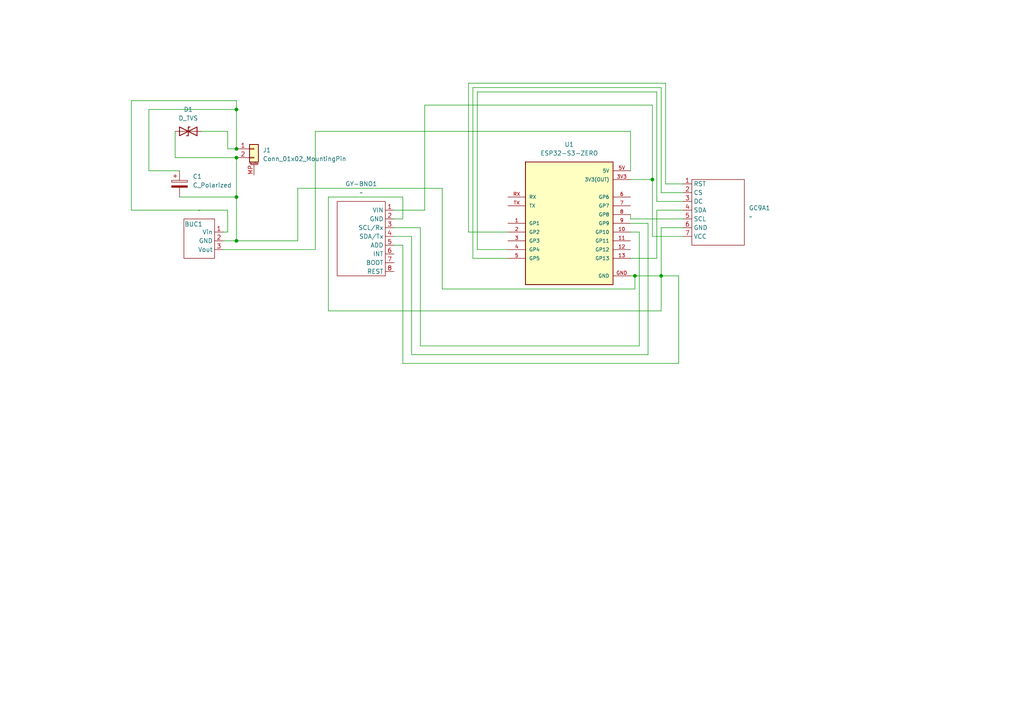
<source format=kicad_sch>
(kicad_sch (version 20250114) (generator "eeschema") (generator_version "9.0")
  (paper "A4")
  (lib_symbols
    (symbol "Connector_Generic_MountingPin:Conn_01x02_MountingPin" (pin_names (offset 1.016) (hide yes))
      (property "Reference" "J" (at 0 2.54 0))
      (property "Value" "Conn_01x02_MountingPin" (at 1.27 -5.08 0))
      (symbol "Conn_01x02_MountingPin_1_1"
        (rectangle (start -1.27 1.27) (end 1.27 -3.81) (stroke (width 0.254)) (fill (type background)))
        (rectangle (start -1.27 0.127) (end 0 -0.127) (stroke (width 0.1524)))
        (rectangle (start -1.27 -2.413) (end 0 -2.667) (stroke (width 0.1524)))
        (polyline (pts (xy -1.016 -4.572) (xy 1.016 -4.572)) (stroke (width 0.1524)))
        (text "Mounting" (at 0 -4.191 0) (effects (font (size 0.381 0.381))))
        (pin passive line (at -5.08 0 0) (length 3.81) (name "Pin_1") (number "1"))
        (pin passive line (at -5.08 -2.54 0) (length 3.81) (name "Pin_2") (number "2"))
        (pin passive line (at 0 -7.62 90) (length 3.048) (name "MountPin") (number "MP"))
      )
    )
    (symbol "Device:C_Polarized" (pin_numbers (hide yes)) (pin_names (offset 0.254))
      (property "Reference" "C" (at 0.635 2.54 0))
      (property "Value" "C_Polarized" (at 0.635 -2.54 0))
      (symbol "C_Polarized_0_1"
        (rectangle (start -2.286 0.508) (end 2.286 1.016))
        (polyline (pts (xy -1.778 2.286) (xy -0.762 2.286)))
        (polyline (pts (xy -1.27 2.794) (xy -1.27 1.778)))
        (rectangle (start 2.286 -0.508) (end -2.286 -1.016) (fill (type outline)))
      )
      (symbol "C_Polarized_1_1"
        (pin passive line (at 0 3.81 270) (length 2.794) (name "~") (number "1"))
        (pin passive line (at 0 -3.81 90) (length 2.794) (name "~") (number "2"))
      )
    )
    (symbol "Device:D_TVS" (pin_numbers (hide yes)) (pin_names (offset 1.016) (hide yes))
      (property "Reference" "D" (at 0 2.54 0))
      (property "Value" "D_TVS" (at 0 -2.54 0))
      (symbol "D_TVS_0_1"
        (polyline (pts (xy -2.54 1.27) (xy -2.54 -1.27) (xy 2.54 1.27) (xy 2.54 -1.27) (xy -2.54 1.27)) (stroke (width 0.254)))
        (polyline (pts (xy 0.508 1.27) (xy 0 1.27) (xy 0 -1.27) (xy -0.508 -1.27)) (stroke (width 0.254)))
        (polyline (pts (xy 1.27 0) (xy -1.27 0)))
      )
      (symbol "D_TVS_1_1"
        (pin passive line (at -3.81 0 0) (length 2.54) (name "A1") (number "1"))
        (pin passive line (at 3.81 0 180) (length 2.54) (name "A2") (number "2"))
      )
    )
    (symbol "ESP32-S3-ZERO:ESP32-S3-ZERO" (pin_names (offset 1.016))
      (property "Reference" "U" (at -12.7 18.542 0))
      (property "Value" "ESP32-S3-ZERO" (at -12.7 -20.32 0))
      (symbol "ESP32-S3-ZERO_0_0"
        (rectangle (start -12.7 -17.78) (end 12.7 17.78) (stroke (width 0.254)) (fill (type background)))
        (pin input line (at -17.78 7.62 0) (length 5.08) (name "RX") (number "RX"))
        (pin output line (at -17.78 5.08 0) (length 5.08) (name "TX") (number "TX"))
        (pin bidirectional line (at -17.78 0 0) (length 5.08) (name "GP1") (number "1"))
        (pin bidirectional line (at -17.78 -2.54 0) (length 5.08) (name "GP2") (number "2"))
        (pin bidirectional line (at -17.78 -5.08 0) (length 5.08) (name "GP3") (number "3"))
        (pin bidirectional line (at -17.78 -7.62 0) (length 5.08) (name "GP4") (number "4"))
        (pin bidirectional line (at -17.78 -10.16 0) (length 5.08) (name "GP5") (number "5"))
        (pin power_in line (at 17.78 15.24 180) (length 5.08) (name "5V") (number "5V"))
        (pin power_in line (at 17.78 12.7 180) (length 5.08) (name "3V3(OUT)") (number "3V3"))
        (pin bidirectional line (at 17.78 7.62 180) (length 5.08) (name "GP6") (number "6"))
        (pin bidirectional line (at 17.78 5.08 180) (length 5.08) (name "GP7") (number "7"))
        (pin bidirectional line (at 17.78 2.54 180) (length 5.08) (name "GP8") (number "8"))
        (pin bidirectional line (at 17.78 0 180) (length 5.08) (name "GP9") (number "9"))
        (pin bidirectional line (at 17.78 -2.54 180) (length 5.08) (name "GP10") (number "10"))
        (pin bidirectional line (at 17.78 -5.08 180) (length 5.08) (name "GP11") (number "11"))
        (pin bidirectional line (at 17.78 -7.62 180) (length 5.08) (name "GP12") (number "12"))
        (pin bidirectional line (at 17.78 -10.16 180) (length 5.08) (name "GP13") (number "13"))
        (pin power_in line (at 17.78 -15.24 180) (length 5.08) (name "GND") (number "GND"))
      )
    )
    (symbol "GC9A01_1.28:GC9A01"
      (property "Reference" "GC9A01" (at 12.7 5.334 0))
      (symbol "GC9A01_0_1"
        (rectangle (start 2.54 15.24) (end 17.78 -3.81))
      )
      (symbol "GC9A01_1_1"
        (pin input line (at 0 13.97 0) (length 2.54) (name "RST") (number "1"))
        (pin input line (at 0 11.43 0) (length 2.54) (name "CS") (number "2"))
        (pin input line (at 0 8.89 0) (length 2.54) (name "DC") (number "3"))
        (pin input line (at 0 6.35 0) (length 2.54) (name "SDA") (number "4"))
        (pin input line (at 0 3.81 0) (length 2.54) (name "SCL") (number "5"))
        (pin input line (at 0 1.27 0) (length 2.54) (name "GND") (number "6"))
        (pin input line (at 0 -1.27 0) (length 2.54) (name "VCC") (number "7"))
      )
    )
    (symbol "Mes_Symboles:GY-BNO055"
      (property "Reference" "GY-BNO055" (at -5.842 4.826 90))
      (symbol "GY-BNO055_0_1"
        (rectangle (start 6.35 20.32) (end -7.62 -1.27))
      )
      (symbol "GY-BNO055_1_1"
        (pin input line (at 8.89 17.78 180) (length 2.54) (name "VIN") (number "1"))
        (pin input line (at 8.89 15.24 180) (length 2.54) (name "GND") (number "2"))
        (pin input line (at 8.89 12.7 180) (length 2.54) (name "SCL/Rx") (number "3"))
        (pin input line (at 8.89 10.16 180) (length 2.54) (name "SDA/Tx") (number "4"))
        (pin input line (at 8.89 7.62 180) (length 2.54) (name "ADD") (number "5"))
        (pin input line (at 8.89 5.08 180) (length 2.54) (name "INT") (number "6"))
        (pin input line (at 8.89 2.54 180) (length 2.54) (name "BOOT") (number "7"))
        (pin input line (at 8.89 0 180) (length 2.54) (name "REST") (number "8"))
      )
    )
    (symbol "Mes_Symboles:bec"
      (property "Reference" "BUC" (at -9.144 10.16 0))
      (symbol "bec_0_1"
        (rectangle (start -2.54 11.43) (end -11.43 0))
      )
      (symbol "bec_1_1"
        (pin input line (at 0 7.62 180) (length 2.54) (name "Vin") (number "1"))
        (pin input line (at 0 5.08 180) (length 2.54) (name "GND") (number "2"))
        (pin input line (at 0 2.54 180) (length 2.54) (name "Vout") (number "3"))
      )
    )
  )
  (junction (at 68.58 43.18))
  (junction (at 189.23 52.07))
  (junction (at 68.58 57.15))
  (junction (at 68.58 45.72))
  (junction (at 68.58 69.85))
  (junction (at 191.77 80.01))
  (junction (at 184.15 80.01))
  (junction (at 68.58 31.75))
  (wire (pts (xy 66.04 67.31) (xy 66.04 60.96)))
  (wire (pts (xy 123.19 30.48) (xy 189.23 30.48)))
  (wire (pts (xy 68.58 43.18) (xy 66.04 43.18)))
  (wire (pts (xy 38.1 29.21) (xy 68.58 29.21)))
  (wire (pts (xy 86.36 54.61) (xy 128.27 54.61)))
  (wire (pts (xy 52.07 49.53) (xy 43.18 49.53)))
  (wire (pts (xy 196.85 105.41) (xy 196.85 80.01)))
  (wire (pts (xy 43.18 31.75) (xy 68.58 31.75)))
  (wire (pts (xy 68.58 69.85) (xy 86.36 69.85)))
  (wire (pts (xy 43.18 49.53) (xy 43.18 31.75)))
  (wire (pts (xy 190.5 60.96) (xy 198.12 60.96)))
  (wire (pts (xy 95.25 90.17) (xy 191.77 90.17)))
  (wire (pts (xy 123.19 60.96) (xy 123.19 30.48)))
  (wire (pts (xy 190.5 26.67) (xy 138.43 26.67)))
  (wire (pts (xy 191.77 55.88) (xy 191.77 25.4)))
  (wire (pts (xy 189.23 68.58) (xy 198.12 68.58)))
  (wire (pts (xy 182.88 38.1) (xy 182.88 49.53)))
  (wire (pts (xy 116.84 57.15) (xy 95.25 57.15)))
  (wire (pts (xy 191.77 25.4) (xy 137.16 25.4)))
  (wire (pts (xy 38.1 60.96) (xy 38.1 29.21)))
  (wire (pts (xy 91.44 72.39) (xy 91.44 38.1)))
  (wire (pts (xy 119.38 102.87) (xy 187.96 102.87)))
  (wire (pts (xy 191.77 80.01) (xy 191.77 66.04)))
  (wire (pts (xy 189.23 30.48) (xy 189.23 52.07)))
  (wire (pts (xy 182.88 63.5) (xy 198.12 63.5)))
  (wire (pts (xy 91.44 38.1) (xy 182.88 38.1)))
  (wire (pts (xy 114.3 71.12) (xy 116.84 71.12)))
  (wire (pts (xy 138.43 26.67) (xy 138.43 72.39)))
  (wire (pts (xy 128.27 83.82) (xy 184.15 83.82)))
  (wire (pts (xy 66.04 60.96) (xy 38.1 60.96)))
  (wire (pts (xy 68.58 31.75) (xy 68.58 43.18)))
  (wire (pts (xy 187.96 102.87) (xy 187.96 64.77)))
  (wire (pts (xy 182.88 64.77) (xy 187.96 64.77)))
  (wire (pts (xy 182.88 74.93) (xy 190.5 74.93)))
  (wire (pts (xy 114.3 66.04) (xy 121.92 66.04)))
  (wire (pts (xy 182.88 52.07) (xy 189.23 52.07)))
  (wire (pts (xy 193.04 53.34) (xy 198.12 53.34)))
  (wire (pts (xy 64.77 69.85) (xy 68.58 69.85)))
  (wire (pts (xy 193.04 24.13) (xy 135.89 24.13)))
  (wire (pts (xy 185.42 100.33) (xy 185.42 67.31)))
  (wire (pts (xy 182.88 63.5) (xy 182.88 62.23)))
  (wire (pts (xy 191.77 66.04) (xy 198.12 66.04)))
  (wire (pts (xy 68.58 45.72) (xy 68.58 57.15)))
  (wire (pts (xy 191.77 90.17) (xy 191.77 80.01)))
  (wire (pts (xy 66.04 38.1) (xy 58.42 38.1)))
  (wire (pts (xy 190.5 58.42) (xy 190.5 26.67)))
  (wire (pts (xy 190.5 60.96) (xy 190.5 74.93)))
  (wire (pts (xy 114.3 68.58) (xy 119.38 68.58)))
  (wire (pts (xy 64.77 72.39) (xy 91.44 72.39)))
  (wire (pts (xy 128.27 54.61) (xy 128.27 83.82)))
  (wire (pts (xy 116.84 105.41) (xy 196.85 105.41)))
  (wire (pts (xy 66.04 67.31) (xy 64.77 67.31)))
  (wire (pts (xy 191.77 55.88) (xy 198.12 55.88)))
  (wire (pts (xy 116.84 71.12) (xy 116.84 105.41)))
  (wire (pts (xy 137.16 74.93) (xy 147.32 74.93)))
  (wire (pts (xy 68.58 29.21) (xy 68.58 31.75)))
  (wire (pts (xy 52.07 57.15) (xy 68.58 57.15)))
  (wire (pts (xy 121.92 66.04) (xy 121.92 100.33)))
  (wire (pts (xy 121.92 100.33) (xy 185.42 100.33)))
  (wire (pts (xy 182.88 80.01) (xy 184.15 80.01)))
  (wire (pts (xy 116.84 63.5) (xy 116.84 57.15)))
  (wire (pts (xy 138.43 72.39) (xy 147.32 72.39)))
  (wire (pts (xy 66.04 43.18) (xy 66.04 38.1)))
  (wire (pts (xy 137.16 25.4) (xy 137.16 74.93)))
  (wire (pts (xy 185.42 67.31) (xy 182.88 67.31)))
  (wire (pts (xy 114.3 60.96) (xy 123.19 60.96)))
  (wire (pts (xy 196.85 80.01) (xy 191.77 80.01)))
  (wire (pts (xy 190.5 58.42) (xy 198.12 58.42)))
  (wire (pts (xy 50.8 45.72) (xy 68.58 45.72)))
  (wire (pts (xy 68.58 57.15) (xy 68.58 69.85)))
  (wire (pts (xy 86.36 69.85) (xy 86.36 54.61)))
  (wire (pts (xy 184.15 83.82) (xy 184.15 80.01)))
  (wire (pts (xy 95.25 57.15) (xy 95.25 90.17)))
  (wire (pts (xy 184.15 80.01) (xy 191.77 80.01)))
  (wire (pts (xy 189.23 52.07) (xy 189.23 68.58)))
  (wire (pts (xy 135.89 67.31) (xy 147.32 67.31)))
  (wire (pts (xy 135.89 24.13) (xy 135.89 67.31)))
  (wire (pts (xy 50.8 38.1) (xy 50.8 45.72)))
  (wire (pts (xy 119.38 68.58) (xy 119.38 102.87)))
  (wire (pts (xy 193.04 53.34) (xy 193.04 24.13)))
  (wire (pts (xy 114.3 63.5) (xy 116.84 63.5)))
  (symbol (lib_id "Connector_Generic_MountingPin:Conn_01x02_MountingPin") (at 73.66 43.18 0) (unit 1)
    (property "Reference" "J1" (at 76.2 43.5355 0) (effects (justify left)))
    (property "Value" "Conn_01x02_MountingPin" (at 76.2 46.0755 0) (effects (justify left)))
    (property "Footprint" "Connector_JST:JST_XH_S2B-XH-A_1x02_P2.50mm_Horizontal" (effects (hide yes)))
    (property "Description" "Generic connectable mounting pin connector, single row, 01x02, script generated (kicad-library-utils/schlib/autogen/connector/)" (effects (hide yes)))
  )
  (symbol (lib_id "GC9A01_1.28:GC9A01") (at 198.12 67.31 0) (unit 1)
    (property "Reference" "GC9A1" (at 217.17 60.3249 0) (effects (justify left)))
    (property "Value" "~" (at 217.17 62.8649 0) (effects (justify left)))
    (property "Footprint" "Mes_Empreintes:GC9A01" (effects (hide yes)))
  )
  (symbol (lib_id "Mes_Symboles:GY-BNO055") (at 105.41 78.74 0) (unit 1)
    (property "Reference" "GY-BNO1" (at 104.775 53.34 0))
    (property "Value" "~" (at 104.775 55.88 0))
    (property "Footprint" "Mes_Empreintes:GY-BNO055" (effects (hide yes)))
  )
  (symbol (lib_id "Device:D_TVS") (at 54.61 38.1 0) (unit 1)
    (property "Reference" "D1" (at 54.61 31.75 0))
    (property "Value" "D_TVS" (at 54.61 34.29 0))
    (property "Footprint" "Diode_THT:D_DO-15_P10.16mm_Horizontal" (effects (hide yes)))
    (property "Description" "Bidirectional transient-voltage-suppression diode" (effects (hide yes)))
  )
  (symbol (lib_id "Mes_Symboles:bec") (at 64.77 74.93 0) (unit 1)
    (property "Reference" "BUC1" (at 56.134 65.024 0))
    (property "Value" "~" (at 57.785 60.96 0))
    (property "Footprint" "Mes_Empreintes:BEC" (effects (hide yes)))
  )
  (symbol (lib_id "Device:C_Polarized") (at 52.07 53.34 0) (unit 1)
    (property "Reference" "C1" (at 55.88 51.1809 0) (effects (justify left)))
    (property "Value" "C_Polarized" (at 55.88 53.7209 0) (effects (justify left)))
    (property "Footprint" "Capacitor_THT:CP_Radial_D8.0mm_P3.50mm" (effects (hide yes)))
    (property "Description" "Polarized capacitor" (effects (hide yes)))
  )
  (symbol (lib_id "ESP32-S3-ZERO:ESP32-S3-ZERO") (at 165.1 64.77 0) (unit 1)
    (property "Reference" "U1" (at 165.1 41.91 0))
    (property "Value" "ESP32-S3-ZERO" (at 165.1 44.45 0))
    (property "Footprint" "ESP32-S3-ZERO:MODULE_ESP32-S3-ZERO" (effects (hide yes)))
    (property "MF" "Waveshare Electronics" (effects (hide yes)))
    (property "MAXIMUM_PACKAGE_HEIGHT" "4.35mm" (effects (hide yes)))
    (property "CREATOR" "ANA" (effects (hide yes)))
    (property "Price" "None" (effects (hide yes)))
    (property "Package" "None" (effects (hide yes)))
    (property "Check_prices" "https://www.snapeda.com/parts/ESP32-S3-Zero/Waveshare+Electronics/view-part/?ref=eda" (effects (hide yes)))
    (property "STANDARD" "Manufacturer Recommendations" (effects (hide yes)))
    (property "PARTREV" "NA" (effects (hide yes)))
    (property "VERIFIER" "RODRIGO" (effects (hide yes)))
    (property "SnapEDA_Link" "https://www.snapeda.com/parts/ESP32-S3-Zero/Waveshare+Electronics/view-part/?ref=snap" (effects (hide yes)))
    (property "MP" "ESP32-S3-Zero" (effects (hide yes)))
    (property "Description_1" "ESP32-S3 Mini Development Board, Based on ESP32-S3FH4R2 Dual-Core Processor, 240MHz Running Frequency, 2.4GHz Wi-Fi & Bluetooth 5" (effects (hide yes)))
    (property "Availability" "Not in stock" (effects (hide yes)))
    (property "MANUFACTURER" "Waveshare" (effects (hide yes)))
  )
)
</source>
